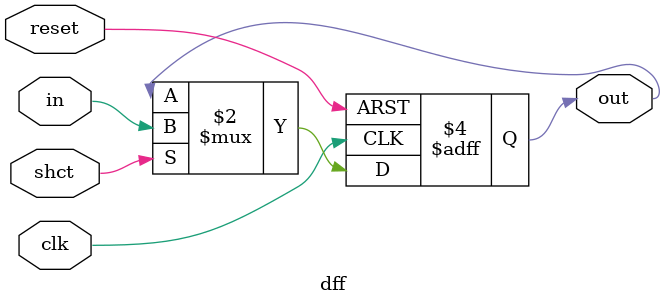
<source format=v>
`timescale 1ns / 1ps


module dff(output reg out, input in,shct,clk,reset);
always @(posedge clk,posedge reset)
begin
    if(reset)
        out <= 0;
    else if(shct)
        out <= in;
end
endmodule


</source>
